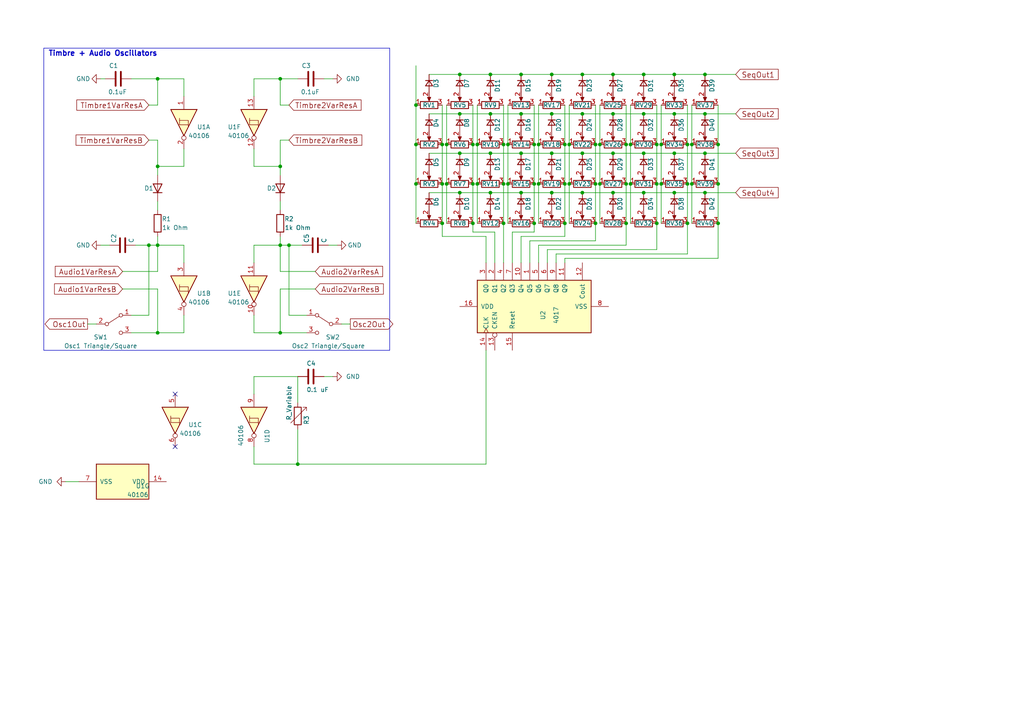
<source format=kicad_sch>
(kicad_sch (version 20230121) (generator eeschema)
  (paper "A4")
  (title_block (title "Synthesizer") (company "Ellen Marie Dash") (comment 1 "https://github.com/duckinator/synthesizer-design"))
  (lib_symbols
    (symbol "4xxx:40106" (pin_names (offset 1.016))
      (property "Reference" "U" (at 0 1.27 0))
      (property "Value" "40106" (at 0 -1.27 0))
      (symbol "40106_1_0"
        (polyline (pts (xy -0.635 -1.27) (xy -0.635 1.27) (xy 0.635 1.27)))
        (polyline (pts (xy -3.81 3.81) (xy -3.81 -3.81) (xy 3.81 0) (xy -3.81 3.81)) (stroke (width 0.254)) (fill (type background)))
        (polyline (pts (xy -1.27 -1.27) (xy 0.635 -1.27) (xy 0.635 1.27) (xy 1.27 1.27)))
        (pin input line (at -7.62 0 0) (length 3.81) (name "~") (number "1"))
        (pin output inverted (at 7.62 0 180) (length 3.81) (name "~") (number "2"))
      )
      (symbol "40106_2_0"
        (polyline (pts (xy -0.635 -1.27) (xy -0.635 1.27) (xy 0.635 1.27)))
        (polyline (pts (xy -3.81 3.81) (xy -3.81 -3.81) (xy 3.81 0) (xy -3.81 3.81)) (stroke (width 0.254)) (fill (type background)))
        (polyline (pts (xy -1.27 -1.27) (xy 0.635 -1.27) (xy 0.635 1.27) (xy 1.27 1.27)))
        (pin input line (at -7.62 0 0) (length 3.81) (name "~") (number "3"))
        (pin output inverted (at 7.62 0 180) (length 3.81) (name "~") (number "4"))
      )
      (symbol "40106_3_0"
        (polyline (pts (xy -0.635 -1.27) (xy -0.635 1.27) (xy 0.635 1.27)))
        (polyline (pts (xy -3.81 3.81) (xy -3.81 -3.81) (xy 3.81 0) (xy -3.81 3.81)) (stroke (width 0.254)) (fill (type background)))
        (polyline (pts (xy -1.27 -1.27) (xy 0.635 -1.27) (xy 0.635 1.27) (xy 1.27 1.27)))
        (pin input line (at -7.62 0 0) (length 3.81) (name "~") (number "5"))
        (pin output inverted (at 7.62 0 180) (length 3.81) (name "~") (number "6"))
      )
      (symbol "40106_4_0"
        (polyline (pts (xy -0.635 -1.27) (xy -0.635 1.27) (xy 0.635 1.27)))
        (polyline (pts (xy -3.81 3.81) (xy -3.81 -3.81) (xy 3.81 0) (xy -3.81 3.81)) (stroke (width 0.254)) (fill (type background)))
        (polyline (pts (xy -1.27 -1.27) (xy 0.635 -1.27) (xy 0.635 1.27) (xy 1.27 1.27)))
        (pin output inverted (at 7.62 0 180) (length 3.81) (name "~") (number "8"))
        (pin input line (at -7.62 0 0) (length 3.81) (name "~") (number "9"))
      )
      (symbol "40106_5_0"
        (polyline (pts (xy -0.635 -1.27) (xy -0.635 1.27) (xy 0.635 1.27)))
        (polyline (pts (xy -3.81 3.81) (xy -3.81 -3.81) (xy 3.81 0) (xy -3.81 3.81)) (stroke (width 0.254)) (fill (type background)))
        (polyline (pts (xy -1.27 -1.27) (xy 0.635 -1.27) (xy 0.635 1.27) (xy 1.27 1.27)))
        (pin output inverted (at 7.62 0 180) (length 3.81) (name "~") (number "10"))
        (pin input line (at -7.62 0 0) (length 3.81) (name "~") (number "11"))
      )
      (symbol "40106_6_0"
        (polyline (pts (xy -0.635 -1.27) (xy -0.635 1.27) (xy 0.635 1.27)))
        (polyline (pts (xy -3.81 3.81) (xy -3.81 -3.81) (xy 3.81 0) (xy -3.81 3.81)) (stroke (width 0.254)) (fill (type background)))
        (polyline (pts (xy -1.27 -1.27) (xy 0.635 -1.27) (xy 0.635 1.27) (xy 1.27 1.27)))
        (pin output inverted (at 7.62 0 180) (length 3.81) (name "~") (number "12"))
        (pin input line (at -7.62 0 0) (length 3.81) (name "~") (number "13"))
      )
      (symbol "40106_7_0"
        (pin power_in line (at 0 12.7 270) (length 5.08) (name "VDD") (number "14"))
        (pin power_in line (at 0 -12.7 90) (length 5.08) (name "VSS") (number "7"))
      )
      (symbol "40106_7_1"
        (rectangle (start -5.08 7.62) (end 5.08 -7.62) (stroke (width 0.254)) (fill (type background)))
      )
    )
    (symbol "4xxx:4017" (pin_names (offset 1.016))
      (property "Reference" "U" (at -7.62 16.51 0))
      (property "Value" "4017" (at -7.62 -19.05 0))
      (symbol "4017_1_0"
        (pin output line (at 12.7 0 180) (length 5.08) (name "Q5") (number "1"))
        (pin output line (at 12.7 2.54 180) (length 5.08) (name "Q4") (number "10"))
        (pin output line (at 12.7 -10.16 180) (length 5.08) (name "Q9") (number "11"))
        (pin output line (at 12.7 -15.24 180) (length 5.08) (name "Cout") (number "12"))
        (pin input inverted (at -12.7 10.16 0) (length 5.08) (name "CKEN") (number "13"))
        (pin input clock (at -12.7 12.7 0) (length 5.08) (name "CLK") (number "14"))
        (pin input line (at -12.7 5.08 0) (length 5.08) (name "Reset") (number "15"))
        (pin power_in line (at 0 20.32 270) (length 5.08) (name "VDD") (number "16"))
        (pin output line (at 12.7 10.16 180) (length 5.08) (name "Q1") (number "2"))
        (pin output line (at 12.7 12.7 180) (length 5.08) (name "Q0") (number "3"))
        (pin output line (at 12.7 7.62 180) (length 5.08) (name "Q2") (number "4"))
        (pin output line (at 12.7 -2.54 180) (length 5.08) (name "Q6") (number "5"))
        (pin output line (at 12.7 -5.08 180) (length 5.08) (name "Q7") (number "6"))
        (pin output line (at 12.7 5.08 180) (length 5.08) (name "Q3") (number "7"))
        (pin power_in line (at 0 -22.86 90) (length 5.08) (name "VSS") (number "8"))
        (pin output line (at 12.7 -7.62 180) (length 5.08) (name "Q8") (number "9"))
      )
      (symbol "4017_1_1"
        (rectangle (start -7.62 15.24) (end 7.62 -17.78) (stroke (width 0.254)) (fill (type background)))
      )
    )
    (symbol "Device:C" (pin_numbers hide) (pin_names (offset 0.254))
      (property "Reference" "C" (at 0.635 2.54 0))
      (property "Value" "C" (at 0.635 -2.54 0))
      (symbol "C_0_1"
        (polyline (pts (xy -2.032 -0.762) (xy 2.032 -0.762)) (stroke (width 0.508)))
        (polyline (pts (xy -2.032 0.762) (xy 2.032 0.762)) (stroke (width 0.508)))
      )
      (symbol "C_1_1"
        (pin passive line (at 0 3.81 270) (length 2.794) (name "~") (number "1"))
        (pin passive line (at 0 -3.81 90) (length 2.794) (name "~") (number "2"))
      )
    )
    (symbol "Device:D" (pin_numbers hide) (pin_names (offset 1.016) hide)
      (property "Reference" "D" (at 0 2.54 0))
      (property "Value" "D" (at 0 -2.54 0))
      (symbol "D_0_1"
        (polyline (pts (xy -1.27 1.27) (xy -1.27 -1.27)) (stroke (width 0.254)))
        (polyline (pts (xy 1.27 0) (xy -1.27 0)))
        (polyline (pts (xy 1.27 1.27) (xy 1.27 -1.27) (xy -1.27 0) (xy 1.27 1.27)) (stroke (width 0.254)))
      )
      (symbol "D_1_1"
        (pin passive line (at -3.81 0 0) (length 2.54) (name "K") (number "1"))
        (pin passive line (at 3.81 0 180) (length 2.54) (name "A") (number "2"))
      )
    )
    (symbol "Device:D_Small" (pin_numbers hide) (pin_names (offset 0.254) hide)
      (property "Reference" "D" (at -1.27 2.032 0))
      (property "Value" "D_Small" (at -3.81 -2.032 0))
      (symbol "D_Small_0_1"
        (polyline (pts (xy -0.762 -1.016) (xy -0.762 1.016)) (stroke (width 0.254)))
        (polyline (pts (xy -0.762 0) (xy 0.762 0)))
        (polyline (pts (xy 0.762 -1.016) (xy -0.762 0) (xy 0.762 1.016) (xy 0.762 -1.016)) (stroke (width 0.254)))
      )
      (symbol "D_Small_1_1"
        (pin passive line (at -2.54 0 0) (length 1.778) (name "K") (number "1"))
        (pin passive line (at 2.54 0 180) (length 1.778) (name "A") (number "2"))
      )
    )
    (symbol "Device:R" (pin_numbers hide) (pin_names (offset 0))
      (property "Reference" "R" (at 2.032 0 90))
      (property "Value" "R" (at 0 0 90))
      (symbol "R_0_1"
        (rectangle (start -1.016 -2.54) (end 1.016 2.54) (stroke (width 0.254)))
      )
      (symbol "R_1_1"
        (pin passive line (at 0 3.81 270) (length 1.27) (name "~") (number "1"))
        (pin passive line (at 0 -3.81 90) (length 1.27) (name "~") (number "2"))
      )
    )
    (symbol "Device:R_Potentiometer" (pin_names (offset 1.016) hide)
      (property "Reference" "RV" (at -4.445 0 90))
      (property "Value" "R_Potentiometer" (at -2.54 0 90))
      (symbol "R_Potentiometer_0_1"
        (polyline (pts (xy 2.54 0) (xy 1.524 0)))
        (polyline (pts (xy 1.143 0) (xy 2.286 0.508) (xy 2.286 -0.508) (xy 1.143 0)) (fill (type outline)))
        (rectangle (start 1.016 2.54) (end -1.016 -2.54) (stroke (width 0.254)))
      )
      (symbol "R_Potentiometer_1_1"
        (pin passive line (at 0 3.81 270) (length 1.27) (name "1") (number "1"))
        (pin passive line (at 3.81 0 180) (length 1.27) (name "2") (number "2"))
        (pin passive line (at 0 -3.81 90) (length 1.27) (name "3") (number "3"))
      )
    )
    (symbol "Device:R_Variable" (pin_numbers hide) (pin_names (offset 0))
      (property "Reference" "R" (at 2.54 -2.54 90))
      (property "Value" "R_Variable" (at -2.54 -1.27 90))
      (symbol "R_Variable_0_1"
        (rectangle (start -1.016 -2.54) (end 1.016 2.54) (stroke (width 0.254)))
        (polyline (pts (xy 2.54 1.524) (xy 2.54 2.54) (xy 1.524 2.54) (xy 2.54 2.54) (xy -2.032 -2.032)))
      )
      (symbol "R_Variable_1_1"
        (pin passive line (at 0 3.81 270) (length 1.27) (name "~") (number "1"))
        (pin passive line (at 0 -3.81 90) (length 1.27) (name "~") (number "2"))
      )
    )
    (symbol "Switch:SW_SPDT" (pin_names (offset 0) hide)
      (property "Reference" "SW" (at 0 4.318 0))
      (property "Value" "SW_SPDT" (at 0 -5.08 0))
      (symbol "SW_SPDT_0_0"
        (circle (center -2.032 0) (radius 0.508))
        (circle (center 2.032 -2.54) (radius 0.508))
      )
      (symbol "SW_SPDT_0_1"
        (polyline (pts (xy -1.524 0.254) (xy 1.651 2.286)))
        (circle (center 2.032 2.54) (radius 0.508))
      )
      (symbol "SW_SPDT_1_1"
        (pin passive line (at 5.08 2.54 180) (length 2.54) (name "A") (number "1"))
        (pin passive line (at -5.08 0 0) (length 2.54) (name "B") (number "2"))
        (pin passive line (at 5.08 -2.54 180) (length 2.54) (name "C") (number "3"))
      )
    )
    (symbol "power:GND" (power) (pin_names (offset 0))
      (property "Value" "GND" (at 0 -3.81 0))
      (symbol "GND_0_1"
        (polyline (pts (xy 0 0) (xy 0 -1.27) (xy 1.27 -1.27) (xy 0 -2.54) (xy -1.27 -1.27) (xy 0 -1.27)))
      )
      (symbol "GND_1_1"
        (pin power_in line (at 0 0 270) (length 0) hide (name "GND") (number "1"))
      )
    )
  )
  (junction (at 129.54 41.91))
  (junction (at 81.28 48.26))
  (junction (at 195.58 55.88))
  (junction (at 186.69 21.59))
  (junction (at 120.65 53.34))
  (junction (at 190.5 41.91))
  (junction (at 168.91 55.88))
  (junction (at 200.66 53.34))
  (junction (at 45.72 22.86))
  (junction (at 142.24 55.88))
  (junction (at 163.83 64.77))
  (junction (at 208.28 64.77))
  (junction (at 81.28 96.52))
  (junction (at 120.65 41.91))
  (junction (at 137.16 53.34))
  (junction (at 146.05 53.34))
  (junction (at 154.94 53.34))
  (junction (at 208.28 41.91))
  (junction (at 147.32 41.91))
  (junction (at 163.83 53.34))
  (junction (at 173.99 41.91))
  (junction (at 81.28 22.86))
  (junction (at 195.58 33.02))
  (junction (at 45.72 96.52))
  (junction (at 190.5 64.77))
  (junction (at 128.27 64.77))
  (junction (at 168.91 33.02))
  (junction (at 133.35 21.59))
  (junction (at 168.91 21.59))
  (junction (at 154.94 41.91))
  (junction (at 191.77 41.91))
  (junction (at 137.16 64.77))
  (junction (at 190.5 53.34))
  (junction (at 151.13 33.02))
  (junction (at 204.47 21.59))
  (junction (at 186.69 44.45))
  (junction (at 120.65 30.48))
  (junction (at 133.35 33.02))
  (junction (at 191.77 53.34))
  (junction (at 133.35 44.45))
  (junction (at 43.18 71.12))
  (junction (at 165.1 41.91))
  (junction (at 160.02 44.45))
  (junction (at 81.28 71.12))
  (junction (at 146.05 64.77))
  (junction (at 45.72 48.26))
  (junction (at 151.13 21.59))
  (junction (at 173.99 53.34))
  (junction (at 133.35 55.88))
  (junction (at 168.91 44.45))
  (junction (at 163.83 41.91))
  (junction (at 204.47 55.88))
  (junction (at 165.1 53.34))
  (junction (at 186.69 55.88))
  (junction (at 142.24 44.45))
  (junction (at 172.72 64.77))
  (junction (at 156.21 41.91))
  (junction (at 156.21 53.34))
  (junction (at 182.88 41.91))
  (junction (at 177.8 33.02))
  (junction (at 181.61 64.77))
  (junction (at 129.54 53.34))
  (junction (at 154.94 64.77))
  (junction (at 199.39 53.34))
  (junction (at 181.61 53.34))
  (junction (at 177.8 21.59))
  (junction (at 83.82 71.12))
  (junction (at 160.02 33.02))
  (junction (at 199.39 41.91))
  (junction (at 146.05 41.91))
  (junction (at 86.36 134.62))
  (junction (at 208.28 53.34))
  (junction (at 128.27 53.34))
  (junction (at 199.39 64.77))
  (junction (at 204.47 33.02))
  (junction (at 195.58 44.45))
  (junction (at 45.72 71.12))
  (junction (at 138.43 53.34))
  (junction (at 177.8 55.88))
  (junction (at 181.61 41.91))
  (junction (at 172.72 41.91))
  (junction (at 151.13 55.88))
  (junction (at 151.13 44.45))
  (junction (at 147.32 53.34))
  (junction (at 204.47 44.45))
  (junction (at 186.69 33.02))
  (junction (at 128.27 41.91))
  (junction (at 160.02 55.88))
  (junction (at 182.88 53.34))
  (junction (at 195.58 21.59))
  (junction (at 172.72 53.34))
  (junction (at 137.16 41.91))
  (junction (at 200.66 41.91))
  (junction (at 160.02 21.59))
  (junction (at 142.24 21.59))
  (junction (at 138.43 41.91))
  (junction (at 177.8 44.45))
  (junction (at 142.24 33.02))
  (no_connect (at 50.8 129.54))
  (no_connect (at 50.8 114.3))
  (wire (pts (xy 195.58 33.02) (xy 204.47 33.02)))
  (wire (pts (xy 138.43 41.91) (xy 138.43 53.34)))
  (wire (pts (xy 177.8 44.45) (xy 186.69 44.45)))
  (wire (pts (xy 128.27 53.34) (xy 128.27 64.77)))
  (wire (pts (xy 73.66 22.86) (xy 81.28 22.86)))
  (wire (pts (xy 146.05 64.77) (xy 146.05 76.2)))
  (wire (pts (xy 190.5 64.77) (xy 190.5 72.39)))
  (wire (pts (xy 133.35 44.45) (xy 142.24 44.45)))
  (wire (pts (xy 190.5 30.48) (xy 190.5 41.91)))
  (wire (pts (xy 129.54 30.48) (xy 129.54 41.91)))
  (wire (pts (xy 128.27 64.77) (xy 128.27 68.58)))
  (wire (pts (xy 172.72 41.91) (xy 172.72 53.34)))
  (wire (pts (xy 81.28 68.58) (xy 81.28 71.12)))
  (wire (pts (xy 129.54 41.91) (xy 129.54 53.34)))
  (wire (pts (xy 186.69 44.45) (xy 195.58 44.45)))
  (wire (pts (xy 124.46 44.45) (xy 133.35 44.45)))
  (wire (pts (xy 191.77 53.34) (xy 191.77 64.77)))
  (wire (pts (xy 208.28 53.34) (xy 208.28 64.77)))
  (wire (pts (xy 81.28 48.26) (xy 81.28 50.8)))
  (wire (pts (xy 154.94 64.77) (xy 154.94 67.31)))
  (wire (pts (xy 147.32 53.34) (xy 147.32 64.77)))
  (wire (pts (xy 158.75 72.39) (xy 190.5 72.39)))
  (wire (pts (xy 191.77 41.91) (xy 191.77 53.34)))
  (wire (pts (xy 195.58 44.45) (xy 204.47 44.45)))
  (wire (pts (xy 160.02 55.88) (xy 168.91 55.88)))
  (wire (pts (xy 168.91 55.88) (xy 177.8 55.88)))
  (wire (pts (xy 146.05 41.91) (xy 146.05 53.34)))
  (wire (pts (xy 45.72 78.74) (xy 35.56 78.74)))
  (wire (pts (xy 45.72 83.82) (xy 45.72 96.52)))
  (wire (pts (xy 43.18 40.64) (xy 45.72 40.64)))
  (wire (pts (xy 81.28 22.86) (xy 86.36 22.86)))
  (wire (pts (xy 137.16 53.34) (xy 137.16 64.77)))
  (wire (pts (xy 181.61 64.77) (xy 181.61 71.12)))
  (wire (pts (xy 73.66 129.54) (xy 73.66 134.62)))
  (wire (pts (xy 25.4 93.98) (xy 27.94 93.98)))
  (wire (pts (xy 172.72 53.34) (xy 172.72 64.77)))
  (wire (pts (xy 173.99 30.48) (xy 173.99 41.91)))
  (wire (pts (xy 73.66 134.62) (xy 86.36 134.62)))
  (wire (pts (xy 172.72 64.77) (xy 172.72 69.85)))
  (wire (pts (xy 154.94 53.34) (xy 154.94 64.77)))
  (wire (pts (xy 168.91 21.59) (xy 177.8 21.59)))
  (wire (pts (xy 177.8 55.88) (xy 186.69 55.88)))
  (wire (pts (xy 143.51 76.2) (xy 143.51 67.31)))
  (wire (pts (xy 81.28 96.52) (xy 88.9 96.52)))
  (wire (pts (xy 120.65 30.48) (xy 120.65 41.91)))
  (wire (pts (xy 200.66 53.34) (xy 200.66 64.77)))
  (wire (pts (xy 142.24 44.45) (xy 151.13 44.45)))
  (wire (pts (xy 160.02 44.45) (xy 168.91 44.45)))
  (wire (pts (xy 148.59 76.2) (xy 148.59 67.31)))
  (wire (pts (xy 73.66 109.22) (xy 73.66 114.3)))
  (wire (pts (xy 45.72 96.52) (xy 53.34 96.52)))
  (wire (pts (xy 208.28 64.77) (xy 208.28 74.93)))
  (wire (pts (xy 142.24 21.59) (xy 151.13 21.59)))
  (wire (pts (xy 120.65 41.91) (xy 120.65 53.34)))
  (wire (pts (xy 29.21 71.12) (xy 31.75 71.12)))
  (wire (pts (xy 83.82 71.12) (xy 83.82 91.44)))
  (wire (pts (xy 146.05 30.48) (xy 146.05 41.91)))
  (wire (pts (xy 45.72 71.12) (xy 45.72 78.74)))
  (wire (pts (xy 95.25 71.12) (xy 97.79 71.12)))
  (wire (pts (xy 45.72 68.58) (xy 45.72 71.12)))
  (wire (pts (xy 83.82 91.44) (xy 88.9 91.44)))
  (wire (pts (xy 199.39 41.91) (xy 199.39 53.34)))
  (wire (pts (xy 208.28 30.48) (xy 208.28 41.91)))
  (wire (pts (xy 156.21 71.12) (xy 181.61 71.12)))
  (wire (pts (xy 45.72 71.12) (xy 53.34 71.12)))
  (wire (pts (xy 81.28 71.12) (xy 83.82 71.12)))
  (wire (pts (xy 39.37 71.12) (xy 43.18 71.12)))
  (wire (pts (xy 124.46 55.88) (xy 133.35 55.88)))
  (wire (pts (xy 200.66 30.48) (xy 200.66 41.91)))
  (wire (pts (xy 73.66 43.18) (xy 73.66 48.26)))
  (wire (pts (xy 156.21 41.91) (xy 156.21 53.34)))
  (wire (pts (xy 181.61 53.34) (xy 181.61 64.77)))
  (wire (pts (xy 138.43 30.48) (xy 138.43 41.91)))
  (wire (pts (xy 45.72 22.86) (xy 45.72 30.48)))
  (wire (pts (xy 182.88 41.91) (xy 182.88 53.34)))
  (wire (pts (xy 83.82 71.12) (xy 87.63 71.12)))
  (wire (pts (xy 53.34 43.18) (xy 53.34 48.26)))
  (wire (pts (xy 154.94 41.91) (xy 154.94 53.34)))
  (wire (pts (xy 138.43 53.34) (xy 138.43 64.77)))
  (wire (pts (xy 158.75 76.2) (xy 158.75 72.39)))
  (wire (pts (xy 181.61 30.48) (xy 181.61 41.91)))
  (wire (pts (xy 204.47 55.88) (xy 213.36 55.88)))
  (wire (pts (xy 86.36 124.46) (xy 86.36 134.62)))
  (wire (pts (xy 81.28 30.48) (xy 83.82 30.48)))
  (wire (pts (xy 81.28 83.82) (xy 81.28 96.52)))
  (wire (pts (xy 137.16 41.91) (xy 137.16 53.34)))
  (wire (pts (xy 133.35 33.02) (xy 142.24 33.02)))
  (wire (pts (xy 199.39 30.48) (xy 199.39 41.91)))
  (wire (pts (xy 91.44 83.82) (xy 81.28 83.82)))
  (wire (pts (xy 137.16 30.48) (xy 137.16 41.91)))
  (wire (pts (xy 73.66 71.12) (xy 73.66 76.2)))
  (wire (pts (xy 38.1 22.86) (xy 45.72 22.86)))
  (wire (pts (xy 182.88 53.34) (xy 182.88 64.77)))
  (wire (pts (xy 165.1 53.34) (xy 165.1 64.77)))
  (wire (pts (xy 45.72 40.64) (xy 45.72 48.26)))
  (wire (pts (xy 161.29 73.66) (xy 199.39 73.66)))
  (wire (pts (xy 163.83 53.34) (xy 163.83 64.77)))
  (wire (pts (xy 81.28 40.64) (xy 81.28 48.26)))
  (wire (pts (xy 22.86 139.7) (xy 19.05 139.7)))
  (wire (pts (xy 86.36 134.62) (xy 140.97 134.62)))
  (wire (pts (xy 140.97 68.58) (xy 128.27 68.58)))
  (wire (pts (xy 128.27 30.48) (xy 128.27 41.91)))
  (wire (pts (xy 186.69 55.88) (xy 195.58 55.88)))
  (wire (pts (xy 153.67 76.2) (xy 153.67 69.85)))
  (wire (pts (xy 83.82 40.64) (xy 81.28 40.64)))
  (wire (pts (xy 73.66 91.44) (xy 73.66 96.52)))
  (wire (pts (xy 168.91 44.45) (xy 177.8 44.45)))
  (wire (pts (xy 186.69 33.02) (xy 195.58 33.02)))
  (wire (pts (xy 73.66 109.22) (xy 86.36 109.22)))
  (wire (pts (xy 173.99 53.34) (xy 173.99 64.77)))
  (wire (pts (xy 151.13 21.59) (xy 160.02 21.59)))
  (wire (pts (xy 81.28 58.42) (xy 81.28 60.96)))
  (wire (pts (xy 81.28 78.74) (xy 91.44 78.74)))
  (wire (pts (xy 199.39 64.77) (xy 199.39 73.66)))
  (wire (pts (xy 73.66 22.86) (xy 73.66 27.94)))
  (wire (pts (xy 165.1 41.91) (xy 165.1 53.34)))
  (wire (pts (xy 38.1 96.52) (xy 45.72 96.52)))
  (wire (pts (xy 177.8 21.59) (xy 186.69 21.59)))
  (wire (pts (xy 53.34 22.86) (xy 53.34 27.94)))
  (wire (pts (xy 208.28 41.91) (xy 208.28 53.34)))
  (wire (pts (xy 45.72 58.42) (xy 45.72 60.96)))
  (wire (pts (xy 143.51 67.31) (xy 137.16 67.31)))
  (wire (pts (xy 168.91 33.02) (xy 177.8 33.02)))
  (wire (pts (xy 181.61 41.91) (xy 181.61 53.34)))
  (wire (pts (xy 124.46 33.02) (xy 133.35 33.02)))
  (wire (pts (xy 81.28 22.86) (xy 81.28 30.48)))
  (wire (pts (xy 163.83 30.48) (xy 163.83 41.91)))
  (wire (pts (xy 190.5 53.34) (xy 190.5 64.77)))
  (wire (pts (xy 93.98 22.86) (xy 96.52 22.86)))
  (wire (pts (xy 163.83 74.93) (xy 208.28 74.93)))
  (wire (pts (xy 177.8 33.02) (xy 186.69 33.02)))
  (wire (pts (xy 133.35 55.88) (xy 142.24 55.88)))
  (wire (pts (xy 129.54 53.34) (xy 129.54 64.77)))
  (wire (pts (xy 128.27 41.91) (xy 128.27 53.34)))
  (polyline (pts (xy 113.03 13.97) (xy 12.7 13.97)))
  (wire (pts (xy 186.69 21.59) (xy 195.58 21.59)))
  (wire (pts (xy 81.28 71.12) (xy 81.28 78.74)))
  (wire (pts (xy 73.66 71.12) (xy 81.28 71.12)))
  (wire (pts (xy 163.83 41.91) (xy 163.83 53.34)))
  (wire (pts (xy 38.1 91.44) (xy 43.18 91.44)))
  (wire (pts (xy 153.67 69.85) (xy 172.72 69.85)))
  (wire (pts (xy 35.56 83.82) (xy 45.72 83.82)))
  (polyline (pts (xy 113.03 101.6) (xy 113.03 13.97)))
  (wire (pts (xy 182.88 30.48) (xy 182.88 41.91)))
  (wire (pts (xy 45.72 30.48) (xy 43.18 30.48)))
  (wire (pts (xy 53.34 71.12) (xy 53.34 76.2)))
  (wire (pts (xy 140.97 76.2) (xy 140.97 68.58)))
  (wire (pts (xy 96.52 109.22) (xy 93.98 109.22)))
  (wire (pts (xy 142.24 33.02) (xy 151.13 33.02)))
  (wire (pts (xy 140.97 101.6) (xy 140.97 134.62)))
  (wire (pts (xy 45.72 22.86) (xy 53.34 22.86)))
  (wire (pts (xy 195.58 21.59) (xy 204.47 21.59)))
  (wire (pts (xy 120.65 19.05) (xy 120.65 30.48)))
  (wire (pts (xy 172.72 30.48) (xy 172.72 41.91)))
  (wire (pts (xy 191.77 30.48) (xy 191.77 41.91)))
  (wire (pts (xy 163.83 76.2) (xy 163.83 74.93)))
  (wire (pts (xy 160.02 21.59) (xy 168.91 21.59)))
  (wire (pts (xy 30.48 22.86) (xy 29.21 22.86)))
  (wire (pts (xy 199.39 53.34) (xy 199.39 64.77)))
  (wire (pts (xy 133.35 21.59) (xy 142.24 21.59)))
  (wire (pts (xy 73.66 96.52) (xy 81.28 96.52)))
  (wire (pts (xy 45.72 48.26) (xy 53.34 48.26)))
  (wire (pts (xy 204.47 44.45) (xy 213.36 44.45)))
  (wire (pts (xy 154.94 30.48) (xy 154.94 41.91)))
  (wire (pts (xy 165.1 30.48) (xy 165.1 41.91)))
  (wire (pts (xy 43.18 91.44) (xy 43.18 71.12)))
  (wire (pts (xy 151.13 55.88) (xy 160.02 55.88)))
  (wire (pts (xy 163.83 64.77) (xy 163.83 68.58)))
  (polyline (pts (xy 12.7 13.97) (xy 12.7 101.6)))
  (wire (pts (xy 148.59 67.31) (xy 154.94 67.31)))
  (wire (pts (xy 137.16 64.77) (xy 137.16 67.31)))
  (wire (pts (xy 151.13 68.58) (xy 163.83 68.58)))
  (wire (pts (xy 204.47 33.02) (xy 213.36 33.02)))
  (wire (pts (xy 120.65 53.34) (xy 120.65 64.77)))
  (wire (pts (xy 73.66 48.26) (xy 81.28 48.26)))
  (wire (pts (xy 147.32 41.91) (xy 147.32 53.34)))
  (polyline (pts (xy 12.7 101.6) (xy 113.03 101.6)))
  (wire (pts (xy 53.34 91.44) (xy 53.34 96.52)))
  (wire (pts (xy 146.05 53.34) (xy 146.05 64.77)))
  (wire (pts (xy 204.47 21.59) (xy 213.36 21.59)))
  (wire (pts (xy 173.99 41.91) (xy 173.99 53.34)))
  (wire (pts (xy 43.18 71.12) (xy 45.72 71.12)))
  (wire (pts (xy 156.21 30.48) (xy 156.21 41.91)))
  (wire (pts (xy 45.72 48.26) (xy 45.72 50.8)))
  (wire (pts (xy 151.13 76.2) (xy 151.13 68.58)))
  (wire (pts (xy 200.66 41.91) (xy 200.66 53.34)))
  (wire (pts (xy 161.29 76.2) (xy 161.29 73.66)))
  (wire (pts (xy 124.46 21.59) (xy 133.35 21.59)))
  (wire (pts (xy 190.5 41.91) (xy 190.5 53.34)))
  (wire (pts (xy 99.06 93.98) (xy 101.6 93.98)))
  (wire (pts (xy 195.58 55.88) (xy 204.47 55.88)))
  (wire (pts (xy 86.36 109.22) (xy 86.36 116.84)))
  (wire (pts (xy 151.13 44.45) (xy 160.02 44.45)))
  (wire (pts (xy 156.21 76.2) (xy 156.21 71.12)))
  (wire (pts (xy 156.21 53.34) (xy 156.21 64.77)))
  (wire (pts (xy 160.02 33.02) (xy 168.91 33.02)))
  (wire (pts (xy 147.32 30.48) (xy 147.32 41.91)))
  (wire (pts (xy 151.13 33.02) (xy 160.02 33.02)))
  (wire (pts (xy 142.24 55.88) (xy 151.13 55.88)))
  (text "Timbre + Audio Oscillators" (at 13.97 16.51 0) (effects (font (size 1.524 1.524) (thickness 0.3048) bold) (justify left bottom)))
  (global_label "Audio2VarResA" (shape input) (at 91.44 78.74 0) (effects (font (size 1.524 1.524))) (property "Intersheetrefs" "${INTERSHEET_REFS}" (effects hide)))
  (global_label "Osc2Out" (shape output) (at 101.6 93.98 0) (effects (font (size 1.524 1.524))) (property "Intersheetrefs" "${INTERSHEET_REFS}" (effects hide)))
  (global_label "Osc1Out" (shape output) (at 25.4 93.98 180) (effects (font (size 1.524 1.524))) (property "Intersheetrefs" "${INTERSHEET_REFS}" (effects hide)))
  (global_label "Audio1VarResB" (shape input) (at 35.56 83.82 180) (effects (font (size 1.524 1.524))) (property "Intersheetrefs" "${INTERSHEET_REFS}" (effects hide)))
  (global_label "Audio1VarResA" (shape input) (at 35.56 78.74 180) (effects (font (size 1.524 1.524))) (property "Intersheetrefs" "${INTERSHEET_REFS}" (effects hide)))
  (global_label "Timbre1VarResA" (shape input) (at 43.18 30.48 180) (effects (font (size 1.524 1.524))) (property "Intersheetrefs" "${INTERSHEET_REFS}" (effects hide)))
  (global_label "Timbre1VarResB" (shape input) (at 43.18 40.64 180) (effects (font (size 1.524 1.524))) (property "Intersheetrefs" "${INTERSHEET_REFS}" (effects hide)))
  (global_label "SeqOut1" (shape input) (at 213.36 21.59 0) (effects (font (size 1.524 1.524))) (property "Intersheetrefs" "${INTERSHEET_REFS}" (effects hide)))
  (global_label "Audio2VarResB" (shape input) (at 91.44 83.82 0) (effects (font (size 1.524 1.524))) (property "Intersheetrefs" "${INTERSHEET_REFS}" (effects hide)))
  (global_label "SeqOut2" (shape input) (at 213.36 33.02 0) (effects (font (size 1.524 1.524))) (property "Intersheetrefs" "${INTERSHEET_REFS}" (effects hide)))
  (global_label "SeqOut4" (shape input) (at 213.36 55.88 0) (effects (font (size 1.524 1.524))) (property "Intersheetrefs" "${INTERSHEET_REFS}" (effects hide)))
  (global_label "Timbre2VarResA" (shape input) (at 83.82 30.48 0) (effects (font (size 1.524 1.524))) (property "Intersheetrefs" "${INTERSHEET_REFS}" (effects hide)))
  (global_label "Timbre2VarResB" (shape input) (at 83.82 40.64 0) (effects (font (size 1.524 1.524))) (property "Intersheetrefs" "${INTERSHEET_REFS}" (effects hide)))
  (global_label "SeqOut3" (shape input) (at 213.36 44.45 0) (effects (font (size 1.524 1.524))) (property "Intersheetrefs" "${INTERSHEET_REFS}" (effects hide)))
  (symbol (lib_id "4xxx:40106") (at 53.34 35.56 270) (unit 1)
    (property "Reference" "U1" (at 57.15 36.83 90) (effects (justify left)))
    (property "Value" "40106" (at 54.61 39.37 90) (effects (justify left)))
    (property "Datasheet" "https://assets.nexperia.com/documents/data-sheet/HEF40106B.pdf" (effects hide))
  )
  (symbol (lib_id "4xxx:40106") (at 53.34 83.82 270) (unit 2)
    (property "Reference" "U1" (at 57.15 85.09 90) (effects (justify left)))
    (property "Value" "40106" (at 54.61 87.63 90) (effects (justify left)))
    (property "Datasheet" "https://assets.nexperia.com/documents/data-sheet/HEF40106B.pdf" (effects hide))
  )
  (symbol (lib_id "4xxx:40106") (at 73.66 83.82 270) (unit 5)
    (property "Reference" "U1" (at 66.04 85.09 90) (effects (justify left)))
    (property "Value" "40106" (at 66.04 87.63 90) (effects (justify left)))
    (property "Datasheet" "https://assets.nexperia.com/documents/data-sheet/HEF40106B.pdf" (effects hide))
  )
  (symbol (lib_id "4xxx:40106") (at 73.66 35.56 270) (unit 6)
    (property "Reference" "U1" (at 66.04 36.83 90) (effects (justify left)))
    (property "Value" "40106" (at 66.04 39.37 90) (effects (justify left)))
    (property "Datasheet" "https://assets.nexperia.com/documents/data-sheet/HEF40106B.pdf" (effects hide))
  )
  (symbol (lib_id "Device:R") (at 45.72 64.77 0) (unit 1)
    (property "Reference" "R1" (at 48.26 63.5 0))
    (property "Value" "1k Ohm" (at 50.8 66.04 0))
  )
  (symbol (lib_id "Device:R") (at 81.28 64.77 0) (unit 1)
    (property "Reference" "R2" (at 83.82 63.5 0))
    (property "Value" "1k Ohm" (at 86.36 66.04 0))
  )
  (symbol (lib_id "Device:D") (at 45.72 54.61 90) (unit 1)
    (property "Reference" "D1" (at 43.18 54.61 90))
    (property "Value" "D" (effects hide))
    (property "Sim.Device" "D" (effects hide))
    (property "Sim.Pins" "1=K 2=A" (effects hide))
  )
  (symbol (lib_id "Device:D") (at 81.28 54.61 90) (unit 1)
    (property "Reference" "D2" (at 78.74 54.61 90))
    (property "Value" "D" (effects hide))
    (property "Sim.Device" "D" (effects hide))
    (property "Sim.Pins" "1=K 2=A" (effects hide))
  )
  (symbol (lib_id "Device:C") (at 34.29 22.86 90) (unit 1)
    (property "Reference" "C1" (at 34.29 19.05 90) (effects (justify left)))
    (property "Value" "0.1uF" (at 36.83 26.67 90) (effects (justify left)))
  )
  (symbol (lib_id "Device:C") (at 35.56 71.12 90) (unit 1)
    (property "Reference" "C2" (at 33.02 70.485 0) (effects (justify left)))
    (property "Value" "C" (at 38.1 70.485 0) (effects (justify left)))
  )
  (symbol (lib_id "Device:C") (at 90.17 22.86 90) (unit 1)
    (property "Reference" "C3" (at 90.17 19.05 90) (effects (justify left)))
    (property "Value" "0.1uF" (at 92.71 26.67 90) (effects (justify left)))
  )
  (symbol (lib_id "Device:C") (at 91.44 71.12 90) (unit 1)
    (property "Reference" "C5" (at 88.9 70.485 0) (effects (justify left)))
    (property "Value" "C" (at 93.98 70.485 0) (effects (justify left)))
  )
  (symbol (lib_id "power:GND") (at 29.21 22.86 270) (unit 1)
    (property "Reference" "#PWR01" (effects hide))
    (property "Value" "GND" (at 24.13 22.86 90))
  )
  (symbol (lib_id "power:GND") (at 29.21 71.12 270) (unit 1)
    (property "Reference" "#PWR02" (effects hide))
    (property "Value" "GND" (at 24.13 71.12 90))
  )
  (symbol (lib_id "power:GND") (at 97.79 71.12 90) (unit 1)
    (property "Reference" "#PWR05" (effects hide))
    (property "Value" "GND" (at 102.87 71.12 90))
  )
  (symbol (lib_id "Switch:SW_SPDT") (at 33.02 93.98 0) (unit 1)
    (property "Reference" "SW1" (at 29.21 97.79 0))
    (property "Value" "Osc1 Triangle/Square" (at 29.21 100.33 0))
  )
  (symbol (lib_id "Switch:SW_SPDT") (at 93.98 93.98 0) (mirror y) (unit 1)
    (property "Reference" "SW2" (at 96.52 97.79 0))
    (property "Value" "Osc2 Triangle/Square" (at 95.25 100.33 0))
  )
  (symbol (lib_id "4xxx:4017") (at 153.67 88.9 90) (unit 1)
    (property "Reference" "U2" (at 157.48 91.44 0))
    (property "Value" "4017" (at 161.29 91.44 0))
    (property "Datasheet" "http://www.intersil.com/content/dam/Intersil/documents/cd40/cd4017bms-22bms.pdf" (effects hide))
  )
  (symbol (lib_id "4xxx:40106") (at 73.66 121.92 270) (unit 4)
    (property "Reference" "U1" (at 77.47 124.46 0) (effects (justify left)))
    (property "Value" "40106" (at 69.85 123.19 0) (effects (justify left)))
    (property "Datasheet" "https://assets.nexperia.com/documents/data-sheet/HEF40106B.pdf" (effects hide))
  )
  (symbol (lib_id "Device:R_Variable") (at 86.36 120.65 0) (unit 1)
    (property "Reference" "R3" (at 88.9 123.19 90) (effects (justify left)))
    (property "Value" "R_Variable" (at 83.82 121.92 90) (effects (justify left)))
  )
  (symbol (lib_id "Device:C") (at 90.17 109.22 270) (unit 1)
    (property "Reference" "C4" (at 88.9 105.41 90) (effects (justify left)))
    (property "Value" "0.1 uF" (at 88.9 113.03 90) (effects (justify left)))
  )
  (symbol (lib_id "Device:R_Potentiometer") (at 124.46 30.48 90) (unit 1)
    (property "Reference" "RV1" (at 124.46 30.48 90))
    (property "Value" "POT" (effects hide))
  )
  (symbol (lib_id "Device:D_Small") (at 124.46 24.13 270) (unit 1)
    (property "Reference" "D3" (at 126.492 22.86 0) (effects (justify left)))
    (property "Value" "D_Small" (effects hide))
    (property "Sim.Device" "D" (effects hide))
    (property "Sim.Pins" "1=K 2=A" (effects hide))
  )
  (symbol (lib_id "Device:R_Potentiometer") (at 133.35 30.48 90) (unit 1)
    (property "Reference" "RV5" (at 133.35 30.48 90))
    (property "Value" "POT" (effects hide))
  )
  (symbol (lib_id "Device:D_Small") (at 133.35 24.13 270) (unit 1)
    (property "Reference" "D7" (at 135.382 22.86 0) (effects (justify left)))
    (property "Value" "D_Small" (effects hide))
    (property "Sim.Device" "D" (effects hide))
    (property "Sim.Pins" "1=K 2=A" (effects hide))
  )
  (symbol (lib_id "Device:R_Potentiometer") (at 142.24 30.48 90) (unit 1)
    (property "Reference" "RV9" (at 142.24 30.48 90))
    (property "Value" "POT" (effects hide))
  )
  (symbol (lib_id "Device:D_Small") (at 142.24 24.13 270) (unit 1)
    (property "Reference" "D11" (at 144.272 22.86 0) (effects (justify left)))
    (property "Value" "D_Small" (effects hide))
    (property "Sim.Device" "D" (effects hide))
    (property "Sim.Pins" "1=K 2=A" (effects hide))
  )
  (symbol (lib_id "Device:R_Potentiometer") (at 151.13 30.48 90) (unit 1)
    (property "Reference" "RV13" (at 151.13 30.48 90))
    (property "Value" "POT" (effects hide))
  )
  (symbol (lib_id "Device:D_Small") (at 151.13 24.13 270) (unit 1)
    (property "Reference" "D15" (at 153.162 22.86 0) (effects (justify left)))
    (property "Value" "D_Small" (effects hide))
    (property "Sim.Device" "D" (effects hide))
    (property "Sim.Pins" "1=K 2=A" (effects hide))
  )
  (symbol (lib_id "Device:R_Potentiometer") (at 160.02 30.48 90) (unit 1)
    (property "Reference" "RV17" (at 160.02 30.48 90))
    (property "Value" "POT" (effects hide))
  )
  (symbol (lib_id "Device:D_Small") (at 160.02 24.13 270) (unit 1)
    (property "Reference" "D19" (at 162.052 22.86 0) (effects (justify left)))
    (property "Value" "D_Small" (effects hide))
    (property "Sim.Device" "D" (effects hide))
    (property "Sim.Pins" "1=K 2=A" (effects hide))
  )
  (symbol (lib_id "Device:R_Potentiometer") (at 168.91 30.48 90) (unit 1)
    (property "Reference" "RV21" (at 168.91 30.48 90))
    (property "Value" "POT" (effects hide))
  )
  (symbol (lib_id "Device:D_Small") (at 168.91 24.13 270) (unit 1)
    (property "Reference" "D23" (at 170.942 22.86 0) (effects (justify left)))
    (property "Value" "D_Small" (effects hide))
    (property "Sim.Device" "D" (effects hide))
    (property "Sim.Pins" "1=K 2=A" (effects hide))
  )
  (symbol (lib_id "Device:R_Potentiometer") (at 177.8 30.48 90) (unit 1)
    (property "Reference" "RV25" (at 177.8 30.48 90))
    (property "Value" "POT" (effects hide))
  )
  (symbol (lib_id "Device:D_Small") (at 177.8 24.13 270) (unit 1)
    (property "Reference" "D27" (at 179.832 22.86 0) (effects (justify left)))
    (property "Value" "D_Small" (effects hide))
    (property "Sim.Device" "D" (effects hide))
    (property "Sim.Pins" "1=K 2=A" (effects hide))
  )
  (symbol (lib_id "Device:R_Potentiometer") (at 186.69 30.48 90) (unit 1)
    (property "Reference" "RV29" (at 186.69 30.48 90))
    (property "Value" "POT" (effects hide))
  )
  (symbol (lib_id "Device:D_Small") (at 186.69 24.13 270) (unit 1)
    (property "Reference" "D31" (at 188.722 22.86 0) (effects (justify left)))
    (property "Value" "D_Small" (effects hide))
    (property "Sim.Device" "D" (effects hide))
    (property "Sim.Pins" "1=K 2=A" (effects hide))
  )
  (symbol (lib_id "Device:R_Potentiometer") (at 195.58 30.48 90) (unit 1)
    (property "Reference" "RV33" (at 195.58 30.48 90))
    (property "Value" "POT" (effects hide))
  )
  (symbol (lib_id "Device:D_Small") (at 195.58 24.13 270) (unit 1)
    (property "Reference" "D35" (at 197.612 22.86 0) (effects (justify left)))
    (property "Value" "D_Small" (effects hide))
    (property "Sim.Device" "D" (effects hide))
    (property "Sim.Pins" "1=K 2=A" (effects hide))
  )
  (symbol (lib_id "Device:R_Potentiometer") (at 204.47 30.48 90) (unit 1)
    (property "Reference" "RV37" (at 204.47 30.48 90))
    (property "Value" "POT" (effects hide))
  )
  (symbol (lib_id "Device:D_Small") (at 204.47 24.13 270) (unit 1)
    (property "Reference" "D39" (at 206.502 22.86 0) (effects (justify left)))
    (property "Value" "D_Small" (effects hide))
    (property "Sim.Device" "D" (effects hide))
    (property "Sim.Pins" "1=K 2=A" (effects hide))
  )
  (symbol (lib_id "Device:R_Potentiometer") (at 124.46 41.91 90) (unit 1)
    (property "Reference" "RV2" (at 124.46 41.91 90))
    (property "Value" "POT" (effects hide))
  )
  (symbol (lib_id "Device:D_Small") (at 124.46 35.56 270) (unit 1)
    (property "Reference" "D4" (at 126.492 34.29 0) (effects (justify left)))
    (property "Value" "D_Small" (effects hide))
    (property "Sim.Device" "D" (effects hide))
    (property "Sim.Pins" "1=K 2=A" (effects hide))
  )
  (symbol (lib_id "Device:R_Potentiometer") (at 133.35 41.91 90) (unit 1)
    (property "Reference" "RV6" (at 133.35 41.91 90))
    (property "Value" "POT" (effects hide))
  )
  (symbol (lib_id "Device:D_Small") (at 133.35 35.56 270) (unit 1)
    (property "Reference" "D8" (at 135.382 34.29 0) (effects (justify left)))
    (property "Value" "D_Small" (effects hide))
    (property "Sim.Device" "D" (effects hide))
    (property "Sim.Pins" "1=K 2=A" (effects hide))
  )
  (symbol (lib_id "Device:R_Potentiometer") (at 142.24 41.91 90) (unit 1)
    (property "Reference" "RV10" (at 142.24 41.91 90))
    (property "Value" "POT" (effects hide))
  )
  (symbol (lib_id "Device:D_Small") (at 142.24 35.56 270) (unit 1)
    (property "Reference" "D12" (at 144.272 34.29 0) (effects (justify left)))
    (property "Value" "D_Small" (effects hide))
    (property "Sim.Device" "D" (effects hide))
    (property "Sim.Pins" "1=K 2=A" (effects hide))
  )
  (symbol (lib_id "Device:R_Potentiometer") (at 151.13 41.91 90) (unit 1)
    (property "Reference" "RV14" (at 151.13 41.91 90))
    (property "Value" "POT" (effects hide))
  )
  (symbol (lib_id "Device:D_Small") (at 151.13 35.56 270) (unit 1)
    (property "Reference" "D16" (at 153.162 34.29 0) (effects (justify left)))
    (property "Value" "D_Small" (effects hide))
    (property "Sim.Device" "D" (effects hide))
    (property "Sim.Pins" "1=K 2=A" (effects hide))
  )
  (symbol (lib_id "Device:R_Potentiometer") (at 160.02 41.91 90) (unit 1)
    (property "Reference" "RV18" (at 160.02 41.91 90))
    (property "Value" "POT" (effects hide))
  )
  (symbol (lib_id "Device:D_Small") (at 160.02 35.56 270) (unit 1)
    (property "Reference" "D20" (at 162.052 34.29 0) (effects (justify left)))
    (property "Value" "D_Small" (effects hide))
    (property "Sim.Device" "D" (effects hide))
    (property "Sim.Pins" "1=K 2=A" (effects hide))
  )
  (symbol (lib_id "Device:R_Potentiometer") (at 168.91 41.91 90) (unit 1)
    (property "Reference" "RV22" (at 168.91 41.91 90))
    (property "Value" "POT" (effects hide))
  )
  (symbol (lib_id "Device:D_Small") (at 168.91 35.56 270) (unit 1)
    (property "Reference" "D24" (at 170.942 34.29 0) (effects (justify left)))
    (property "Value" "D_Small" (effects hide))
    (property "Sim.Device" "D" (effects hide))
    (property "Sim.Pins" "1=K 2=A" (effects hide))
  )
  (symbol (lib_id "Device:R_Potentiometer") (at 177.8 41.91 90) (unit 1)
    (property "Reference" "RV26" (at 177.8 41.91 90))
    (property "Value" "POT" (effects hide))
  )
  (symbol (lib_id "Device:D_Small") (at 177.8 35.56 270) (unit 1)
    (property "Reference" "D28" (at 179.832 34.29 0) (effects (justify left)))
    (property "Value" "D_Small" (effects hide))
    (property "Sim.Device" "D" (effects hide))
    (property "Sim.Pins" "1=K 2=A" (effects hide))
  )
  (symbol (lib_id "Device:R_Potentiometer") (at 186.69 41.91 90) (unit 1)
    (property "Reference" "RV30" (at 186.69 41.91 90))
    (property "Value" "POT" (effects hide))
  )
  (symbol (lib_id "Device:D_Small") (at 186.69 35.56 270) (unit 1)
    (property "Reference" "D32" (at 188.722 34.29 0) (effects (justify left)))
    (property "Value" "D_Small" (effects hide))
    (property "Sim.Device" "D" (effects hide))
    (property "Sim.Pins" "1=K 2=A" (effects hide))
  )
  (symbol (lib_id "Device:R_Potentiometer") (at 195.58 41.91 90) (unit 1)
    (property "Reference" "RV34" (at 195.58 41.91 90))
    (property "Value" "POT" (effects hide))
  )
  (symbol (lib_id "Device:D_Small") (at 195.58 35.56 270) (unit 1)
    (property "Reference" "D36" (at 197.612 34.29 0) (effects (justify left)))
    (property "Value" "D_Small" (effects hide))
    (property "Sim.Device" "D" (effects hide))
    (property "Sim.Pins" "1=K 2=A" (effects hide))
  )
  (symbol (lib_id "Device:R_Potentiometer") (at 204.47 41.91 90) (unit 1)
    (property "Reference" "RV38" (at 204.47 41.91 90))
    (property "Value" "POT" (effects hide))
  )
  (symbol (lib_id "Device:D_Small") (at 204.47 35.56 270) (unit 1)
    (property "Reference" "D40" (at 206.502 34.29 0) (effects (justify left)))
    (property "Value" "D_Small" (effects hide))
    (property "Sim.Device" "D" (effects hide))
    (property "Sim.Pins" "1=K 2=A" (effects hide))
  )
  (symbol (lib_id "Device:R_Potentiometer") (at 124.46 53.34 90) (unit 1)
    (property "Reference" "RV3" (at 124.46 53.34 90))
    (property "Value" "POT" (effects hide))
  )
  (symbol (lib_id "Device:D_Small") (at 124.46 46.99 270) (unit 1)
    (property "Reference" "D5" (at 126.492 45.72 0) (effects (justify left)))
    (property "Value" "D_Small" (effects hide))
    (property "Sim.Device" "D" (effects hide))
    (property "Sim.Pins" "1=K 2=A" (effects hide))
  )
  (symbol (lib_id "Device:R_Potentiometer") (at 133.35 53.34 90) (unit 1)
    (property "Reference" "RV7" (at 133.35 53.34 90))
    (property "Value" "POT" (effects hide))
  )
  (symbol (lib_id "Device:D_Small") (at 133.35 46.99 270) (unit 1)
    (property "Reference" "D9" (at 135.382 45.72 0) (effects (justify left)))
    (property "Value" "D_Small" (effects hide))
    (property "Sim.Device" "D" (effects hide))
    (property "Sim.Pins" "1=K 2=A" (effects hide))
  )
  (symbol (lib_id "Device:R_Potentiometer") (at 142.24 53.34 90) (unit 1)
    (property "Reference" "RV11" (at 142.24 53.34 90))
    (property "Value" "POT" (effects hide))
  )
  (symbol (lib_id "Device:D_Small") (at 142.24 46.99 270) (unit 1)
    (property "Reference" "D13" (at 144.272 45.72 0) (effects (justify left)))
    (property "Value" "D_Small" (effects hide))
    (property "Sim.Device" "D" (effects hide))
    (property "Sim.Pins" "1=K 2=A" (effects hide))
  )
  (symbol (lib_id "Device:R_Potentiometer") (at 151.13 53.34 90) (unit 1)
    (property "Reference" "RV15" (at 151.13 53.34 90))
    (property "Value" "POT" (effects hide))
  )
  (symbol (lib_id "Device:D_Small") (at 151.13 46.99 270) (unit 1)
    (property "Reference" "D17" (at 153.162 45.72 0) (effects (justify left)))
    (property "Value" "D_Small" (effects hide))
    (property "Sim.Device" "D" (effects hide))
    (property "Sim.Pins" "1=K 2=A" (effects hide))
  )
  (symbol (lib_id "Device:R_Potentiometer") (at 160.02 53.34 90) (unit 1)
    (property "Reference" "RV19" (at 160.02 53.34 90))
    (property "Value" "POT" (effects hide))
  )
  (symbol (lib_id "Device:D_Small") (at 160.02 46.99 270) (unit 1)
    (property "Reference" "D21" (at 162.052 45.72 0) (effects (justify left)))
    (property "Value" "D_Small" (effects hide))
    (property "Sim.Device" "D" (effects hide))
    (property "Sim.Pins" "1=K 2=A" (effects hide))
  )
  (symbol (lib_id "Device:R_Potentiometer") (at 168.91 53.34 90) (unit 1)
    (property "Reference" "RV23" (at 168.91 53.34 90))
    (property "Value" "POT" (effects hide))
  )
  (symbol (lib_id "Device:D_Small") (at 168.91 46.99 270) (unit 1)
    (property "Reference" "D25" (at 170.942 45.72 0) (effects (justify left)))
    (property "Value" "D_Small" (effects hide))
    (property "Sim.Device" "D" (effects hide))
    (property "Sim.Pins" "1=K 2=A" (effects hide))
  )
  (symbol (lib_id "Device:R_Potentiometer") (at 177.8 53.34 90) (unit 1)
    (property "Reference" "RV27" (at 177.8 53.34 90))
    (property "Value" "POT" (effects hide))
  )
  (symbol (lib_id "Device:D_Small") (at 177.8 46.99 270) (unit 1)
    (property "Reference" "D29" (at 179.832 45.72 0) (effects (justify left)))
    (property "Value" "D_Small" (effects hide))
    (property "Sim.Device" "D" (effects hide))
    (property "Sim.Pins" "1=K 2=A" (effects hide))
  )
  (symbol (lib_id "Device:R_Potentiometer") (at 186.69 53.34 90) (unit 1)
    (property "Reference" "RV31" (at 186.69 53.34 90))
    (property "Value" "POT" (effects hide))
  )
  (symbol (lib_id "Device:D_Small") (at 186.69 46.99 270) (unit 1)
    (property "Reference" "D33" (at 188.722 45.72 0) (effects (justify left)))
    (property "Value" "D_Small" (effects hide))
    (property "Sim.Device" "D" (effects hide))
    (property "Sim.Pins" "1=K 2=A" (effects hide))
  )
  (symbol (lib_id "Device:R_Potentiometer") (at 195.58 53.34 90) (unit 1)
    (property "Reference" "RV35" (at 195.58 53.34 90))
    (property "Value" "POT" (effects hide))
  )
  (symbol (lib_id "Device:D_Small") (at 195.58 46.99 270) (unit 1)
    (property "Reference" "D37" (at 197.612 45.72 0) (effects (justify left)))
    (property "Value" "D_Small" (effects hide))
    (property "Sim.Device" "D" (effects hide))
    (property "Sim.Pins" "1=K 2=A" (effects hide))
  )
  (symbol (lib_id "Device:R_Potentiometer") (at 204.47 53.34 90) (unit 1)
    (property "Reference" "RV39" (at 204.47 53.34 90))
    (property "Value" "POT" (effects hide))
  )
  (symbol (lib_id "Device:D_Small") (at 204.47 46.99 270) (unit 1)
    (property "Reference" "D41" (at 206.502 45.72 0) (effects (justify left)))
    (property "Value" "D_Small" (effects hide))
    (property "Sim.Device" "D" (effects hide))
    (property "Sim.Pins" "1=K 2=A" (effects hide))
  )
  (symbol (lib_id "Device:R_Potentiometer") (at 124.46 64.77 90) (unit 1)
    (property "Reference" "RV4" (at 124.46 64.77 90))
    (property "Value" "POT" (effects hide))
  )
  (symbol (lib_id "Device:D_Small") (at 124.46 58.42 270) (unit 1)
    (property "Reference" "D6" (at 126.492 57.15 0) (effects (justify left)))
    (property "Value" "D_Small" (effects hide))
    (property "Sim.Device" "D" (effects hide))
    (property "Sim.Pins" "1=K 2=A" (effects hide))
  )
  (symbol (lib_id "Device:R_Potentiometer") (at 133.35 64.77 90) (unit 1)
    (property "Reference" "RV8" (at 133.35 64.77 90))
    (property "Value" "POT" (effects hide))
  )
  (symbol (lib_id "Device:D_Small") (at 133.35 58.42 270) (unit 1)
    (property "Reference" "D10" (at 135.382 57.15 0) (effects (justify left)))
    (property "Value" "D_Small" (effects hide))
    (property "Sim.Device" "D" (effects hide))
    (property "Sim.Pins" "1=K 2=A" (effects hide))
  )
  (symbol (lib_id "Device:R_Potentiometer") (at 142.24 64.77 90) (unit 1)
    (property "Reference" "RV12" (at 142.24 64.77 90))
    (property "Value" "POT" (effects hide))
  )
  (symbol (lib_id "Device:D_Small") (at 142.24 58.42 270) (unit 1)
    (property "Reference" "D14" (at 144.272 57.15 0) (effects (justify left)))
    (property "Value" "D_Small" (effects hide))
    (property "Sim.Device" "D" (effects hide))
    (property "Sim.Pins" "1=K 2=A" (effects hide))
  )
  (symbol (lib_id "Device:R_Potentiometer") (at 151.13 64.77 90) (unit 1)
    (property "Reference" "RV16" (at 151.13 64.77 90))
    (property "Value" "POT" (effects hide))
  )
  (symbol (lib_id "Device:D_Small") (at 151.13 58.42 270) (unit 1)
    (property "Reference" "D18" (at 153.162 57.15 0) (effects (justify left)))
    (property "Value" "D_Small" (effects hide))
    (property "Sim.Device" "D" (effects hide))
    (property "Sim.Pins" "1=K 2=A" (effects hide))
  )
  (symbol (lib_id "Device:R_Potentiometer") (at 160.02 64.77 90) (unit 1)
    (property "Reference" "RV20" (at 160.02 64.77 90))
    (property "Value" "POT" (effects hide))
  )
  (symbol (lib_id "Device:D_Small") (at 160.02 58.42 270) (unit 1)
    (property "Reference" "D22" (at 162.052 57.15 0) (effects (justify left)))
    (property "Value" "D_Small" (effects hide))
    (property "Sim.Device" "D" (effects hide))
    (property "Sim.Pins" "1=K 2=A" (effects hide))
  )
  (symbol (lib_id "Device:R_Potentiometer") (at 168.91 64.77 90) (unit 1)
    (property "Reference" "RV24" (at 168.91 64.77 90))
    (property "Value" "POT" (effects hide))
  )
  (symbol (lib_id "Device:D_Small") (at 168.91 58.42 270) (unit 1)
    (property "Reference" "D26" (at 170.942 57.15 0) (effects (justify left)))
    (property "Value" "D_Small" (effects hide))
    (property "Sim.Device" "D" (effects hide))
    (property "Sim.Pins" "1=K 2=A" (effects hide))
  )
  (symbol (lib_id "Device:R_Potentiometer") (at 177.8 64.77 90) (unit 1)
    (property "Reference" "RV28" (at 177.8 64.77 90))
    (property "Value" "POT" (effects hide))
  )
  (symbol (lib_id "Device:D_Small") (at 177.8 58.42 270) (unit 1)
    (property "Reference" "D30" (at 179.832 57.15 0) (effects (justify left)))
    (property "Value" "D_Small" (effects hide))
    (property "Sim.Device" "D" (effects hide))
    (property "Sim.Pins" "1=K 2=A" (effects hide))
  )
  (symbol (lib_id "Device:R_Potentiometer") (at 186.69 64.77 90) (unit 1)
    (property "Reference" "RV32" (at 186.69 64.77 90))
    (property "Value" "POT" (effects hide))
  )
  (symbol (lib_id "Device:D_Small") (at 186.69 58.42 270) (unit 1)
    (property "Reference" "D34" (at 188.722 57.15 0) (effects (justify left)))
    (property "Value" "D_Small" (effects hide))
    (property "Sim.Device" "D" (effects hide))
    (property "Sim.Pins" "1=K 2=A" (effects hide))
  )
  (symbol (lib_id "Device:R_Potentiometer") (at 195.58 64.77 90) (unit 1)
    (property "Reference" "RV36" (at 195.58 64.77 90))
    (property "Value" "POT" (effects hide))
  )
  (symbol (lib_id "Device:D_Small") (at 195.58 58.42 270) (unit 1)
    (property "Reference" "D38" (at 197.612 57.15 0) (effects (justify left)))
    (property "Value" "D_Small" (effects hide))
    (property "Sim.Device" "D" (effects hide))
    (property "Sim.Pins" "1=K 2=A" (effects hide))
  )
  (symbol (lib_id "Device:R_Potentiometer") (at 204.47 64.77 90) (unit 1)
    (property "Reference" "RV40" (at 204.47 64.77 90))
    (property "Value" "POT" (effects hide))
  )
  (symbol (lib_id "Device:D_Small") (at 204.47 58.42 270) (unit 1)
    (property "Reference" "D42" (at 206.502 57.15 0) (effects (justify left)))
    (property "Value" "D_Small" (effects hide))
    (property "Sim.Device" "D" (effects hide))
    (property "Sim.Pins" "1=K 2=A" (effects hide))
  )
  (symbol (lib_id "power:GND") (at 19.05 139.7 270) (unit 1)
    (property "Reference" "#PWR06" (effects hide))
    (property "Value" "GND" (at 15.24 139.7 90) (effects (justify right)))
  )
  (symbol (lib_id "4xxx:40106") (at 35.56 139.7 270) (unit 7)
    (property "Reference" "U1" (at 39.37 140.97 90) (effects (justify left)))
    (property "Value" "40106" (at 36.83 143.51 90) (effects (justify left)))
    (property "Datasheet" "https://assets.nexperia.com/documents/data-sheet/HEF40106B.pdf" (effects hide))
  )
  (symbol (lib_id "4xxx:40106") (at 50.8 121.92 270) (unit 3)
    (property "Reference" "U1" (at 54.61 123.19 90) (effects (justify left)))
    (property "Value" "40106" (at 52.07 125.73 90) (effects (justify left)))
    (property "Datasheet" "https://assets.nexperia.com/documents/data-sheet/HEF40106B.pdf" (effects hide))
  )
  (symbol (lib_id "power:GND") (at 96.52 22.86 90) (unit 1)
    (property "Reference" "#PWR03" (effects hide))
    (property "Value" "GND" (at 100.33 22.86 90) (effects (justify right)))
  )
  (symbol (lib_id "power:GND") (at 96.52 109.22 90) (unit 1)
    (property "Reference" "#PWR04" (effects hide))
    (property "Value" "GND" (at 100.33 109.22 90) (effects (justify right)))
  )
)
</source>
